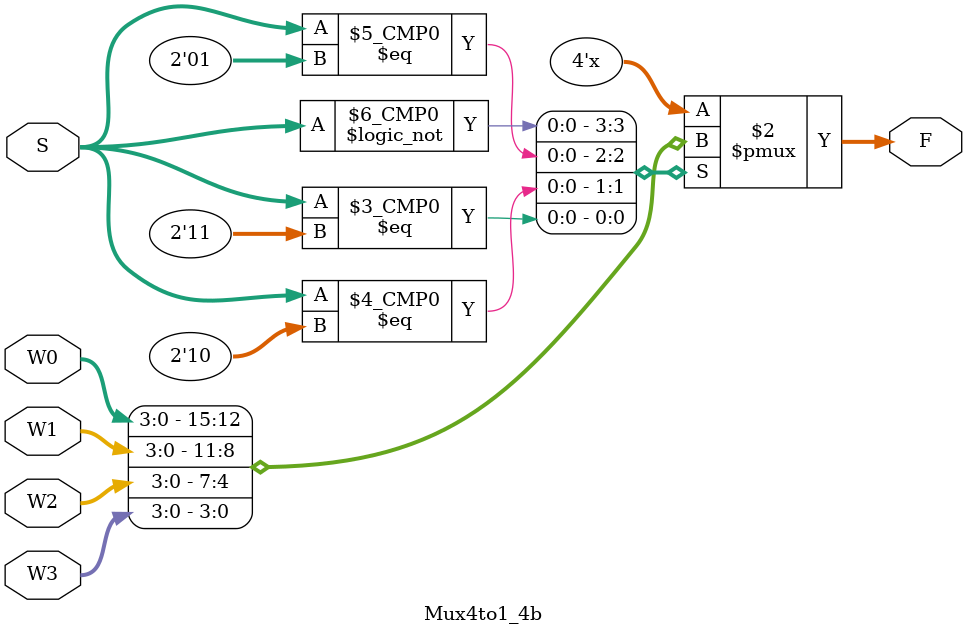
<source format=v>
module Mux4to1_4b(S, W0, W1, W2, W3, F);
	input [1:0] S;
	input [3:0] W0, W1, W2, W3;
	output reg [3:0] F;
	
	always @(*) begin
		case(S)
			2'b00: F = W0;
			2'b01: F = W1;
			2'b10: F = W2;
			2'b11: F = W3;
		endcase
	end
endmodule
</source>
